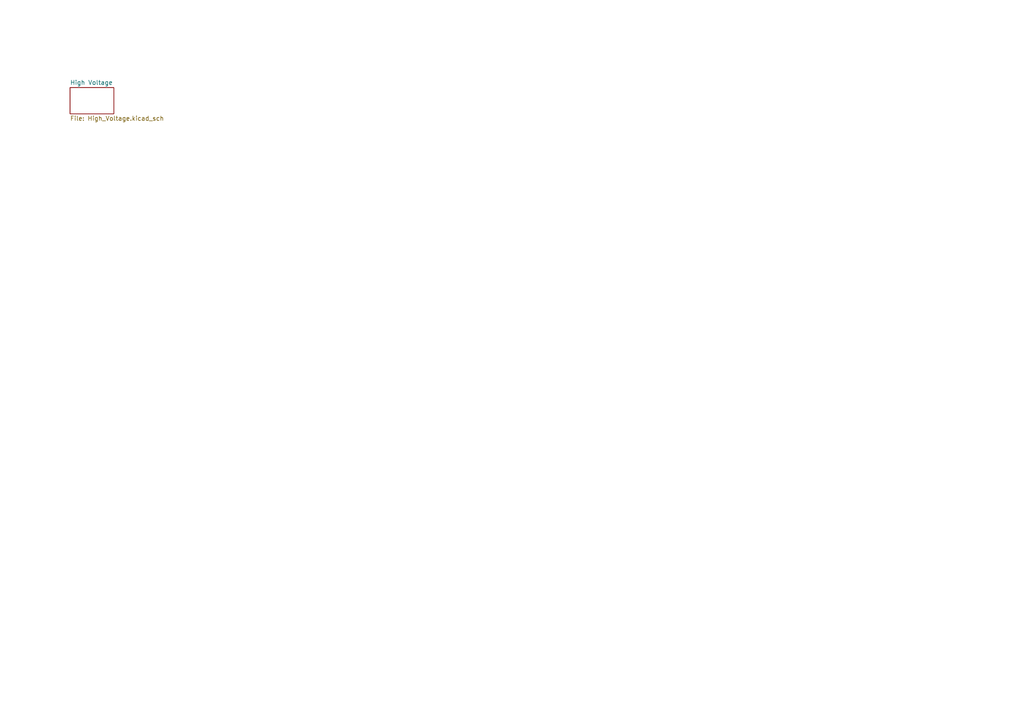
<source format=kicad_sch>
(kicad_sch
	(version 20250114)
	(generator "eeschema")
	(generator_version "9.0")
	(uuid "73fbfc2f-6207-4cf0-8939-c74998e2b107")
	(paper "A4")
	(lib_symbols)
	(sheet
		(at 20.32 25.4)
		(size 12.7 7.62)
		(exclude_from_sim no)
		(in_bom yes)
		(on_board yes)
		(dnp no)
		(fields_autoplaced yes)
		(stroke
			(width 0.1524)
			(type solid)
		)
		(fill
			(color 0 0 0 0.0000)
		)
		(uuid "baa6b3cc-80da-4cf2-b890-2f2b3bcfba21")
		(property "Sheetname" "High Voltage"
			(at 20.32 24.6884 0)
			(effects
				(font
					(size 1.27 1.27)
				)
				(justify left bottom)
			)
		)
		(property "Sheetfile" "High_Voltage.kicad_sch"
			(at 20.32 33.6046 0)
			(effects
				(font
					(size 1.27 1.27)
				)
				(justify left top)
			)
		)
		(instances
			(project "led_driver_220v_p2"
				(path "/73fbfc2f-6207-4cf0-8939-c74998e2b107"
					(page "3")
				)
			)
		)
	)
	(sheet_instances
		(path "/"
			(page "1")
		)
	)
	(embedded_fonts no)
)

</source>
